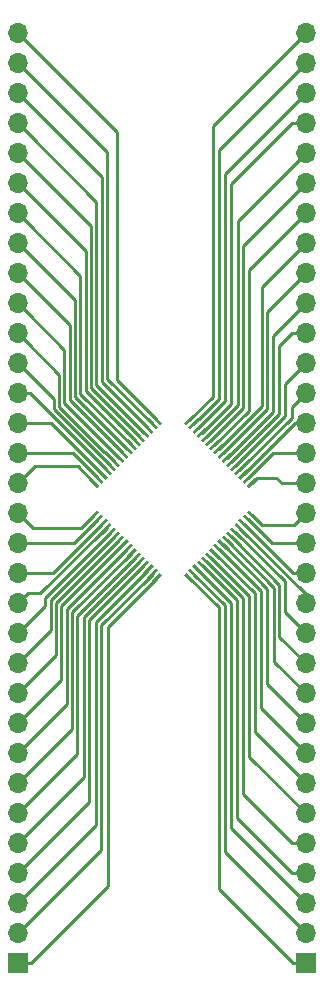
<source format=gbr>
G04 #@! TF.GenerationSoftware,KiCad,Pcbnew,(5.0.1)-4*
G04 #@! TF.CreationDate,2019-05-22T13:14:49-07:00*
G04 #@! TF.ProjectId,stm_proto_board,73746D5F70726F746F5F626F6172642E,rev?*
G04 #@! TF.SameCoordinates,Original*
G04 #@! TF.FileFunction,Copper,L1,Top,Signal*
G04 #@! TF.FilePolarity,Positive*
%FSLAX46Y46*%
G04 Gerber Fmt 4.6, Leading zero omitted, Abs format (unit mm)*
G04 Created by KiCad (PCBNEW (5.0.1)-4) date 5/22/2019 1:14:49 PM*
%MOMM*%
%LPD*%
G01*
G04 APERTURE LIST*
G04 #@! TA.AperFunction,SMDPad,CuDef*
%ADD10C,0.250000*%
G04 #@! TD*
G04 #@! TA.AperFunction,Conductor*
%ADD11C,0.100000*%
G04 #@! TD*
G04 #@! TA.AperFunction,ComponentPad*
%ADD12R,1.700000X1.700000*%
G04 #@! TD*
G04 #@! TA.AperFunction,ComponentPad*
%ADD13O,1.700000X1.700000*%
G04 #@! TD*
G04 #@! TA.AperFunction,Conductor*
%ADD14C,0.250000*%
G04 #@! TD*
G04 APERTURE END LIST*
D10*
G04 #@! TO.P,U1,1*
G04 #@! TO.N,Net-(J1-Pad32)*
X147401642Y-79741341D03*
D11*
G04 #@! TD*
G04 #@! TO.N,Net-(J1-Pad32)*
G04 #@! TO.C,U1*
G36*
X146959700Y-79476176D02*
X147136477Y-79299399D01*
X147843584Y-80006506D01*
X147666807Y-80183283D01*
X146959700Y-79476176D01*
X146959700Y-79476176D01*
G37*
D10*
G04 #@! TO.P,U1,2*
G04 #@! TO.N,Net-(J1-Pad31)*
X147048088Y-80094894D03*
D11*
G04 #@! TD*
G04 #@! TO.N,Net-(J1-Pad31)*
G04 #@! TO.C,U1*
G36*
X146606146Y-79829729D02*
X146782923Y-79652952D01*
X147490030Y-80360059D01*
X147313253Y-80536836D01*
X146606146Y-79829729D01*
X146606146Y-79829729D01*
G37*
D10*
G04 #@! TO.P,U1,3*
G04 #@! TO.N,Net-(J1-Pad30)*
X146694535Y-80448448D03*
D11*
G04 #@! TD*
G04 #@! TO.N,Net-(J1-Pad30)*
G04 #@! TO.C,U1*
G36*
X146252593Y-80183283D02*
X146429370Y-80006506D01*
X147136477Y-80713613D01*
X146959700Y-80890390D01*
X146252593Y-80183283D01*
X146252593Y-80183283D01*
G37*
D10*
G04 #@! TO.P,U1,4*
G04 #@! TO.N,Net-(J1-Pad29)*
X146340982Y-80802001D03*
D11*
G04 #@! TD*
G04 #@! TO.N,Net-(J1-Pad29)*
G04 #@! TO.C,U1*
G36*
X145899040Y-80536836D02*
X146075817Y-80360059D01*
X146782924Y-81067166D01*
X146606147Y-81243943D01*
X145899040Y-80536836D01*
X145899040Y-80536836D01*
G37*
D10*
G04 #@! TO.P,U1,5*
G04 #@! TO.N,Net-(J1-Pad28)*
X145987428Y-81155554D03*
D11*
G04 #@! TD*
G04 #@! TO.N,Net-(J1-Pad28)*
G04 #@! TO.C,U1*
G36*
X145545486Y-80890389D02*
X145722263Y-80713612D01*
X146429370Y-81420719D01*
X146252593Y-81597496D01*
X145545486Y-80890389D01*
X145545486Y-80890389D01*
G37*
D10*
G04 #@! TO.P,U1,6*
G04 #@! TO.N,Net-(J1-Pad27)*
X145633875Y-81509108D03*
D11*
G04 #@! TD*
G04 #@! TO.N,Net-(J1-Pad27)*
G04 #@! TO.C,U1*
G36*
X145191933Y-81243943D02*
X145368710Y-81067166D01*
X146075817Y-81774273D01*
X145899040Y-81951050D01*
X145191933Y-81243943D01*
X145191933Y-81243943D01*
G37*
D10*
G04 #@! TO.P,U1,7*
G04 #@! TO.N,Net-(J1-Pad26)*
X145280321Y-81862661D03*
D11*
G04 #@! TD*
G04 #@! TO.N,Net-(J1-Pad26)*
G04 #@! TO.C,U1*
G36*
X144838379Y-81597496D02*
X145015156Y-81420719D01*
X145722263Y-82127826D01*
X145545486Y-82304603D01*
X144838379Y-81597496D01*
X144838379Y-81597496D01*
G37*
D10*
G04 #@! TO.P,U1,8*
G04 #@! TO.N,Net-(J1-Pad25)*
X144926768Y-82216215D03*
D11*
G04 #@! TD*
G04 #@! TO.N,Net-(J1-Pad25)*
G04 #@! TO.C,U1*
G36*
X144484826Y-81951050D02*
X144661603Y-81774273D01*
X145368710Y-82481380D01*
X145191933Y-82658157D01*
X144484826Y-81951050D01*
X144484826Y-81951050D01*
G37*
D10*
G04 #@! TO.P,U1,9*
G04 #@! TO.N,Net-(J1-Pad24)*
X144573215Y-82569768D03*
D11*
G04 #@! TD*
G04 #@! TO.N,Net-(J1-Pad24)*
G04 #@! TO.C,U1*
G36*
X144131273Y-82304603D02*
X144308050Y-82127826D01*
X145015157Y-82834933D01*
X144838380Y-83011710D01*
X144131273Y-82304603D01*
X144131273Y-82304603D01*
G37*
D10*
G04 #@! TO.P,U1,10*
G04 #@! TO.N,Net-(J1-Pad23)*
X144219661Y-82923321D03*
D11*
G04 #@! TD*
G04 #@! TO.N,Net-(J1-Pad23)*
G04 #@! TO.C,U1*
G36*
X143777719Y-82658156D02*
X143954496Y-82481379D01*
X144661603Y-83188486D01*
X144484826Y-83365263D01*
X143777719Y-82658156D01*
X143777719Y-82658156D01*
G37*
D10*
G04 #@! TO.P,U1,11*
G04 #@! TO.N,Net-(J1-Pad22)*
X143866108Y-83276875D03*
D11*
G04 #@! TD*
G04 #@! TO.N,Net-(J1-Pad22)*
G04 #@! TO.C,U1*
G36*
X143424166Y-83011710D02*
X143600943Y-82834933D01*
X144308050Y-83542040D01*
X144131273Y-83718817D01*
X143424166Y-83011710D01*
X143424166Y-83011710D01*
G37*
D10*
G04 #@! TO.P,U1,12*
G04 #@! TO.N,Net-(J1-Pad21)*
X143512554Y-83630428D03*
D11*
G04 #@! TD*
G04 #@! TO.N,Net-(J1-Pad21)*
G04 #@! TO.C,U1*
G36*
X143070612Y-83365263D02*
X143247389Y-83188486D01*
X143954496Y-83895593D01*
X143777719Y-84072370D01*
X143070612Y-83365263D01*
X143070612Y-83365263D01*
G37*
D10*
G04 #@! TO.P,U1,13*
G04 #@! TO.N,Net-(J1-Pad20)*
X143159001Y-83983982D03*
D11*
G04 #@! TD*
G04 #@! TO.N,Net-(J1-Pad20)*
G04 #@! TO.C,U1*
G36*
X142717059Y-83718817D02*
X142893836Y-83542040D01*
X143600943Y-84249147D01*
X143424166Y-84425924D01*
X142717059Y-83718817D01*
X142717059Y-83718817D01*
G37*
D10*
G04 #@! TO.P,U1,14*
G04 #@! TO.N,Net-(J1-Pad19)*
X142805448Y-84337535D03*
D11*
G04 #@! TD*
G04 #@! TO.N,Net-(J1-Pad19)*
G04 #@! TO.C,U1*
G36*
X142363506Y-84072370D02*
X142540283Y-83895593D01*
X143247390Y-84602700D01*
X143070613Y-84779477D01*
X142363506Y-84072370D01*
X142363506Y-84072370D01*
G37*
D10*
G04 #@! TO.P,U1,15*
G04 #@! TO.N,Net-(J1-Pad18)*
X142451894Y-84691088D03*
D11*
G04 #@! TD*
G04 #@! TO.N,Net-(J1-Pad18)*
G04 #@! TO.C,U1*
G36*
X142009952Y-84425923D02*
X142186729Y-84249146D01*
X142893836Y-84956253D01*
X142717059Y-85133030D01*
X142009952Y-84425923D01*
X142009952Y-84425923D01*
G37*
D10*
G04 #@! TO.P,U1,16*
G04 #@! TO.N,Net-(J1-Pad17)*
X142098341Y-85044642D03*
D11*
G04 #@! TD*
G04 #@! TO.N,Net-(J1-Pad17)*
G04 #@! TO.C,U1*
G36*
X141656399Y-84779477D02*
X141833176Y-84602700D01*
X142540283Y-85309807D01*
X142363506Y-85486584D01*
X141656399Y-84779477D01*
X141656399Y-84779477D01*
G37*
D10*
G04 #@! TO.P,U1,17*
G04 #@! TO.N,Net-(J1-Pad16)*
X142098341Y-87802358D03*
D11*
G04 #@! TD*
G04 #@! TO.N,Net-(J1-Pad16)*
G04 #@! TO.C,U1*
G36*
X141833176Y-88244300D02*
X141656399Y-88067523D01*
X142363506Y-87360416D01*
X142540283Y-87537193D01*
X141833176Y-88244300D01*
X141833176Y-88244300D01*
G37*
D10*
G04 #@! TO.P,U1,18*
G04 #@! TO.N,Net-(J1-Pad15)*
X142451894Y-88155912D03*
D11*
G04 #@! TD*
G04 #@! TO.N,Net-(J1-Pad15)*
G04 #@! TO.C,U1*
G36*
X142186729Y-88597854D02*
X142009952Y-88421077D01*
X142717059Y-87713970D01*
X142893836Y-87890747D01*
X142186729Y-88597854D01*
X142186729Y-88597854D01*
G37*
D10*
G04 #@! TO.P,U1,19*
G04 #@! TO.N,Net-(J1-Pad14)*
X142805448Y-88509465D03*
D11*
G04 #@! TD*
G04 #@! TO.N,Net-(J1-Pad14)*
G04 #@! TO.C,U1*
G36*
X142540283Y-88951407D02*
X142363506Y-88774630D01*
X143070613Y-88067523D01*
X143247390Y-88244300D01*
X142540283Y-88951407D01*
X142540283Y-88951407D01*
G37*
D10*
G04 #@! TO.P,U1,20*
G04 #@! TO.N,Net-(J1-Pad13)*
X143159001Y-88863018D03*
D11*
G04 #@! TD*
G04 #@! TO.N,Net-(J1-Pad13)*
G04 #@! TO.C,U1*
G36*
X142893836Y-89304960D02*
X142717059Y-89128183D01*
X143424166Y-88421076D01*
X143600943Y-88597853D01*
X142893836Y-89304960D01*
X142893836Y-89304960D01*
G37*
D10*
G04 #@! TO.P,U1,21*
G04 #@! TO.N,Net-(J1-Pad12)*
X143512554Y-89216572D03*
D11*
G04 #@! TD*
G04 #@! TO.N,Net-(J1-Pad12)*
G04 #@! TO.C,U1*
G36*
X143247389Y-89658514D02*
X143070612Y-89481737D01*
X143777719Y-88774630D01*
X143954496Y-88951407D01*
X143247389Y-89658514D01*
X143247389Y-89658514D01*
G37*
D10*
G04 #@! TO.P,U1,22*
G04 #@! TO.N,Net-(J1-Pad11)*
X143866108Y-89570125D03*
D11*
G04 #@! TD*
G04 #@! TO.N,Net-(J1-Pad11)*
G04 #@! TO.C,U1*
G36*
X143600943Y-90012067D02*
X143424166Y-89835290D01*
X144131273Y-89128183D01*
X144308050Y-89304960D01*
X143600943Y-90012067D01*
X143600943Y-90012067D01*
G37*
D10*
G04 #@! TO.P,U1,23*
G04 #@! TO.N,Net-(J1-Pad10)*
X144219661Y-89923679D03*
D11*
G04 #@! TD*
G04 #@! TO.N,Net-(J1-Pad10)*
G04 #@! TO.C,U1*
G36*
X143954496Y-90365621D02*
X143777719Y-90188844D01*
X144484826Y-89481737D01*
X144661603Y-89658514D01*
X143954496Y-90365621D01*
X143954496Y-90365621D01*
G37*
D10*
G04 #@! TO.P,U1,24*
G04 #@! TO.N,Net-(J1-Pad9)*
X144573215Y-90277232D03*
D11*
G04 #@! TD*
G04 #@! TO.N,Net-(J1-Pad9)*
G04 #@! TO.C,U1*
G36*
X144308050Y-90719174D02*
X144131273Y-90542397D01*
X144838380Y-89835290D01*
X145015157Y-90012067D01*
X144308050Y-90719174D01*
X144308050Y-90719174D01*
G37*
D10*
G04 #@! TO.P,U1,25*
G04 #@! TO.N,Net-(J1-Pad8)*
X144926768Y-90630785D03*
D11*
G04 #@! TD*
G04 #@! TO.N,Net-(J1-Pad8)*
G04 #@! TO.C,U1*
G36*
X144661603Y-91072727D02*
X144484826Y-90895950D01*
X145191933Y-90188843D01*
X145368710Y-90365620D01*
X144661603Y-91072727D01*
X144661603Y-91072727D01*
G37*
D10*
G04 #@! TO.P,U1,26*
G04 #@! TO.N,Net-(J1-Pad7)*
X145280321Y-90984339D03*
D11*
G04 #@! TD*
G04 #@! TO.N,Net-(J1-Pad7)*
G04 #@! TO.C,U1*
G36*
X145015156Y-91426281D02*
X144838379Y-91249504D01*
X145545486Y-90542397D01*
X145722263Y-90719174D01*
X145015156Y-91426281D01*
X145015156Y-91426281D01*
G37*
D10*
G04 #@! TO.P,U1,27*
G04 #@! TO.N,Net-(J1-Pad6)*
X145633875Y-91337892D03*
D11*
G04 #@! TD*
G04 #@! TO.N,Net-(J1-Pad6)*
G04 #@! TO.C,U1*
G36*
X145368710Y-91779834D02*
X145191933Y-91603057D01*
X145899040Y-90895950D01*
X146075817Y-91072727D01*
X145368710Y-91779834D01*
X145368710Y-91779834D01*
G37*
D10*
G04 #@! TO.P,U1,28*
G04 #@! TO.N,Net-(J1-Pad5)*
X145987428Y-91691446D03*
D11*
G04 #@! TD*
G04 #@! TO.N,Net-(J1-Pad5)*
G04 #@! TO.C,U1*
G36*
X145722263Y-92133388D02*
X145545486Y-91956611D01*
X146252593Y-91249504D01*
X146429370Y-91426281D01*
X145722263Y-92133388D01*
X145722263Y-92133388D01*
G37*
D10*
G04 #@! TO.P,U1,29*
G04 #@! TO.N,Net-(J1-Pad4)*
X146340982Y-92044999D03*
D11*
G04 #@! TD*
G04 #@! TO.N,Net-(J1-Pad4)*
G04 #@! TO.C,U1*
G36*
X146075817Y-92486941D02*
X145899040Y-92310164D01*
X146606147Y-91603057D01*
X146782924Y-91779834D01*
X146075817Y-92486941D01*
X146075817Y-92486941D01*
G37*
D10*
G04 #@! TO.P,U1,30*
G04 #@! TO.N,Net-(J1-Pad3)*
X146694535Y-92398552D03*
D11*
G04 #@! TD*
G04 #@! TO.N,Net-(J1-Pad3)*
G04 #@! TO.C,U1*
G36*
X146429370Y-92840494D02*
X146252593Y-92663717D01*
X146959700Y-91956610D01*
X147136477Y-92133387D01*
X146429370Y-92840494D01*
X146429370Y-92840494D01*
G37*
D10*
G04 #@! TO.P,U1,31*
G04 #@! TO.N,Net-(J1-Pad2)*
X147048088Y-92752106D03*
D11*
G04 #@! TD*
G04 #@! TO.N,Net-(J1-Pad2)*
G04 #@! TO.C,U1*
G36*
X146782923Y-93194048D02*
X146606146Y-93017271D01*
X147313253Y-92310164D01*
X147490030Y-92486941D01*
X146782923Y-93194048D01*
X146782923Y-93194048D01*
G37*
D10*
G04 #@! TO.P,U1,32*
G04 #@! TO.N,Net-(J1-Pad1)*
X147401642Y-93105659D03*
D11*
G04 #@! TD*
G04 #@! TO.N,Net-(J1-Pad1)*
G04 #@! TO.C,U1*
G36*
X147136477Y-93547601D02*
X146959700Y-93370824D01*
X147666807Y-92663717D01*
X147843584Y-92840494D01*
X147136477Y-93547601D01*
X147136477Y-93547601D01*
G37*
D10*
G04 #@! TO.P,U1,33*
G04 #@! TO.N,Net-(J2-Pad1)*
X150159358Y-93105659D03*
D11*
G04 #@! TD*
G04 #@! TO.N,Net-(J2-Pad1)*
G04 #@! TO.C,U1*
G36*
X149717416Y-92840494D02*
X149894193Y-92663717D01*
X150601300Y-93370824D01*
X150424523Y-93547601D01*
X149717416Y-92840494D01*
X149717416Y-92840494D01*
G37*
D10*
G04 #@! TO.P,U1,34*
G04 #@! TO.N,Net-(J2-Pad2)*
X150512912Y-92752106D03*
D11*
G04 #@! TD*
G04 #@! TO.N,Net-(J2-Pad2)*
G04 #@! TO.C,U1*
G36*
X150070970Y-92486941D02*
X150247747Y-92310164D01*
X150954854Y-93017271D01*
X150778077Y-93194048D01*
X150070970Y-92486941D01*
X150070970Y-92486941D01*
G37*
D10*
G04 #@! TO.P,U1,35*
G04 #@! TO.N,Net-(J2-Pad3)*
X150866465Y-92398552D03*
D11*
G04 #@! TD*
G04 #@! TO.N,Net-(J2-Pad3)*
G04 #@! TO.C,U1*
G36*
X150424523Y-92133387D02*
X150601300Y-91956610D01*
X151308407Y-92663717D01*
X151131630Y-92840494D01*
X150424523Y-92133387D01*
X150424523Y-92133387D01*
G37*
D10*
G04 #@! TO.P,U1,36*
G04 #@! TO.N,Net-(J2-Pad4)*
X151220018Y-92044999D03*
D11*
G04 #@! TD*
G04 #@! TO.N,Net-(J2-Pad4)*
G04 #@! TO.C,U1*
G36*
X150778076Y-91779834D02*
X150954853Y-91603057D01*
X151661960Y-92310164D01*
X151485183Y-92486941D01*
X150778076Y-91779834D01*
X150778076Y-91779834D01*
G37*
D10*
G04 #@! TO.P,U1,37*
G04 #@! TO.N,Net-(J2-Pad5)*
X151573572Y-91691446D03*
D11*
G04 #@! TD*
G04 #@! TO.N,Net-(J2-Pad5)*
G04 #@! TO.C,U1*
G36*
X151131630Y-91426281D02*
X151308407Y-91249504D01*
X152015514Y-91956611D01*
X151838737Y-92133388D01*
X151131630Y-91426281D01*
X151131630Y-91426281D01*
G37*
D10*
G04 #@! TO.P,U1,38*
G04 #@! TO.N,Net-(J2-Pad6)*
X151927125Y-91337892D03*
D11*
G04 #@! TD*
G04 #@! TO.N,Net-(J2-Pad6)*
G04 #@! TO.C,U1*
G36*
X151485183Y-91072727D02*
X151661960Y-90895950D01*
X152369067Y-91603057D01*
X152192290Y-91779834D01*
X151485183Y-91072727D01*
X151485183Y-91072727D01*
G37*
D10*
G04 #@! TO.P,U1,39*
G04 #@! TO.N,Net-(J2-Pad7)*
X152280679Y-90984339D03*
D11*
G04 #@! TD*
G04 #@! TO.N,Net-(J2-Pad7)*
G04 #@! TO.C,U1*
G36*
X151838737Y-90719174D02*
X152015514Y-90542397D01*
X152722621Y-91249504D01*
X152545844Y-91426281D01*
X151838737Y-90719174D01*
X151838737Y-90719174D01*
G37*
D10*
G04 #@! TO.P,U1,40*
G04 #@! TO.N,Net-(J2-Pad8)*
X152634232Y-90630785D03*
D11*
G04 #@! TD*
G04 #@! TO.N,Net-(J2-Pad8)*
G04 #@! TO.C,U1*
G36*
X152192290Y-90365620D02*
X152369067Y-90188843D01*
X153076174Y-90895950D01*
X152899397Y-91072727D01*
X152192290Y-90365620D01*
X152192290Y-90365620D01*
G37*
D10*
G04 #@! TO.P,U1,41*
G04 #@! TO.N,Net-(J2-Pad9)*
X152987785Y-90277232D03*
D11*
G04 #@! TD*
G04 #@! TO.N,Net-(J2-Pad9)*
G04 #@! TO.C,U1*
G36*
X152545843Y-90012067D02*
X152722620Y-89835290D01*
X153429727Y-90542397D01*
X153252950Y-90719174D01*
X152545843Y-90012067D01*
X152545843Y-90012067D01*
G37*
D10*
G04 #@! TO.P,U1,42*
G04 #@! TO.N,Net-(J2-Pad10)*
X153341339Y-89923679D03*
D11*
G04 #@! TD*
G04 #@! TO.N,Net-(J2-Pad10)*
G04 #@! TO.C,U1*
G36*
X152899397Y-89658514D02*
X153076174Y-89481737D01*
X153783281Y-90188844D01*
X153606504Y-90365621D01*
X152899397Y-89658514D01*
X152899397Y-89658514D01*
G37*
D10*
G04 #@! TO.P,U1,43*
G04 #@! TO.N,Net-(J2-Pad11)*
X153694892Y-89570125D03*
D11*
G04 #@! TD*
G04 #@! TO.N,Net-(J2-Pad11)*
G04 #@! TO.C,U1*
G36*
X153252950Y-89304960D02*
X153429727Y-89128183D01*
X154136834Y-89835290D01*
X153960057Y-90012067D01*
X153252950Y-89304960D01*
X153252950Y-89304960D01*
G37*
D10*
G04 #@! TO.P,U1,44*
G04 #@! TO.N,Net-(J2-Pad12)*
X154048446Y-89216572D03*
D11*
G04 #@! TD*
G04 #@! TO.N,Net-(J2-Pad12)*
G04 #@! TO.C,U1*
G36*
X153606504Y-88951407D02*
X153783281Y-88774630D01*
X154490388Y-89481737D01*
X154313611Y-89658514D01*
X153606504Y-88951407D01*
X153606504Y-88951407D01*
G37*
D10*
G04 #@! TO.P,U1,45*
G04 #@! TO.N,Net-(J2-Pad13)*
X154401999Y-88863018D03*
D11*
G04 #@! TD*
G04 #@! TO.N,Net-(J2-Pad13)*
G04 #@! TO.C,U1*
G36*
X153960057Y-88597853D02*
X154136834Y-88421076D01*
X154843941Y-89128183D01*
X154667164Y-89304960D01*
X153960057Y-88597853D01*
X153960057Y-88597853D01*
G37*
D10*
G04 #@! TO.P,U1,46*
G04 #@! TO.N,Net-(J2-Pad14)*
X154755552Y-88509465D03*
D11*
G04 #@! TD*
G04 #@! TO.N,Net-(J2-Pad14)*
G04 #@! TO.C,U1*
G36*
X154313610Y-88244300D02*
X154490387Y-88067523D01*
X155197494Y-88774630D01*
X155020717Y-88951407D01*
X154313610Y-88244300D01*
X154313610Y-88244300D01*
G37*
D10*
G04 #@! TO.P,U1,47*
G04 #@! TO.N,Net-(J2-Pad15)*
X155109106Y-88155912D03*
D11*
G04 #@! TD*
G04 #@! TO.N,Net-(J2-Pad15)*
G04 #@! TO.C,U1*
G36*
X154667164Y-87890747D02*
X154843941Y-87713970D01*
X155551048Y-88421077D01*
X155374271Y-88597854D01*
X154667164Y-87890747D01*
X154667164Y-87890747D01*
G37*
D10*
G04 #@! TO.P,U1,48*
G04 #@! TO.N,Net-(J2-Pad16)*
X155462659Y-87802358D03*
D11*
G04 #@! TD*
G04 #@! TO.N,Net-(J2-Pad16)*
G04 #@! TO.C,U1*
G36*
X155020717Y-87537193D02*
X155197494Y-87360416D01*
X155904601Y-88067523D01*
X155727824Y-88244300D01*
X155020717Y-87537193D01*
X155020717Y-87537193D01*
G37*
D10*
G04 #@! TO.P,U1,49*
G04 #@! TO.N,Net-(J2-Pad17)*
X155462659Y-85044642D03*
D11*
G04 #@! TD*
G04 #@! TO.N,Net-(J2-Pad17)*
G04 #@! TO.C,U1*
G36*
X155197494Y-85486584D02*
X155020717Y-85309807D01*
X155727824Y-84602700D01*
X155904601Y-84779477D01*
X155197494Y-85486584D01*
X155197494Y-85486584D01*
G37*
D10*
G04 #@! TO.P,U1,50*
G04 #@! TO.N,Net-(J2-Pad18)*
X155109106Y-84691088D03*
D11*
G04 #@! TD*
G04 #@! TO.N,Net-(J2-Pad18)*
G04 #@! TO.C,U1*
G36*
X154843941Y-85133030D02*
X154667164Y-84956253D01*
X155374271Y-84249146D01*
X155551048Y-84425923D01*
X154843941Y-85133030D01*
X154843941Y-85133030D01*
G37*
D10*
G04 #@! TO.P,U1,51*
G04 #@! TO.N,Net-(J2-Pad19)*
X154755552Y-84337535D03*
D11*
G04 #@! TD*
G04 #@! TO.N,Net-(J2-Pad19)*
G04 #@! TO.C,U1*
G36*
X154490387Y-84779477D02*
X154313610Y-84602700D01*
X155020717Y-83895593D01*
X155197494Y-84072370D01*
X154490387Y-84779477D01*
X154490387Y-84779477D01*
G37*
D10*
G04 #@! TO.P,U1,52*
G04 #@! TO.N,Net-(J2-Pad20)*
X154401999Y-83983982D03*
D11*
G04 #@! TD*
G04 #@! TO.N,Net-(J2-Pad20)*
G04 #@! TO.C,U1*
G36*
X154136834Y-84425924D02*
X153960057Y-84249147D01*
X154667164Y-83542040D01*
X154843941Y-83718817D01*
X154136834Y-84425924D01*
X154136834Y-84425924D01*
G37*
D10*
G04 #@! TO.P,U1,53*
G04 #@! TO.N,Net-(J2-Pad21)*
X154048446Y-83630428D03*
D11*
G04 #@! TD*
G04 #@! TO.N,Net-(J2-Pad21)*
G04 #@! TO.C,U1*
G36*
X153783281Y-84072370D02*
X153606504Y-83895593D01*
X154313611Y-83188486D01*
X154490388Y-83365263D01*
X153783281Y-84072370D01*
X153783281Y-84072370D01*
G37*
D10*
G04 #@! TO.P,U1,54*
G04 #@! TO.N,Net-(J2-Pad22)*
X153694892Y-83276875D03*
D11*
G04 #@! TD*
G04 #@! TO.N,Net-(J2-Pad22)*
G04 #@! TO.C,U1*
G36*
X153429727Y-83718817D02*
X153252950Y-83542040D01*
X153960057Y-82834933D01*
X154136834Y-83011710D01*
X153429727Y-83718817D01*
X153429727Y-83718817D01*
G37*
D10*
G04 #@! TO.P,U1,55*
G04 #@! TO.N,Net-(J2-Pad23)*
X153341339Y-82923321D03*
D11*
G04 #@! TD*
G04 #@! TO.N,Net-(J2-Pad23)*
G04 #@! TO.C,U1*
G36*
X153076174Y-83365263D02*
X152899397Y-83188486D01*
X153606504Y-82481379D01*
X153783281Y-82658156D01*
X153076174Y-83365263D01*
X153076174Y-83365263D01*
G37*
D10*
G04 #@! TO.P,U1,56*
G04 #@! TO.N,Net-(J2-Pad24)*
X152987785Y-82569768D03*
D11*
G04 #@! TD*
G04 #@! TO.N,Net-(J2-Pad24)*
G04 #@! TO.C,U1*
G36*
X152722620Y-83011710D02*
X152545843Y-82834933D01*
X153252950Y-82127826D01*
X153429727Y-82304603D01*
X152722620Y-83011710D01*
X152722620Y-83011710D01*
G37*
D10*
G04 #@! TO.P,U1,57*
G04 #@! TO.N,Net-(J2-Pad25)*
X152634232Y-82216215D03*
D11*
G04 #@! TD*
G04 #@! TO.N,Net-(J2-Pad25)*
G04 #@! TO.C,U1*
G36*
X152369067Y-82658157D02*
X152192290Y-82481380D01*
X152899397Y-81774273D01*
X153076174Y-81951050D01*
X152369067Y-82658157D01*
X152369067Y-82658157D01*
G37*
D10*
G04 #@! TO.P,U1,58*
G04 #@! TO.N,Net-(J2-Pad26)*
X152280679Y-81862661D03*
D11*
G04 #@! TD*
G04 #@! TO.N,Net-(J2-Pad26)*
G04 #@! TO.C,U1*
G36*
X152015514Y-82304603D02*
X151838737Y-82127826D01*
X152545844Y-81420719D01*
X152722621Y-81597496D01*
X152015514Y-82304603D01*
X152015514Y-82304603D01*
G37*
D10*
G04 #@! TO.P,U1,59*
G04 #@! TO.N,Net-(J2-Pad27)*
X151927125Y-81509108D03*
D11*
G04 #@! TD*
G04 #@! TO.N,Net-(J2-Pad27)*
G04 #@! TO.C,U1*
G36*
X151661960Y-81951050D02*
X151485183Y-81774273D01*
X152192290Y-81067166D01*
X152369067Y-81243943D01*
X151661960Y-81951050D01*
X151661960Y-81951050D01*
G37*
D10*
G04 #@! TO.P,U1,60*
G04 #@! TO.N,Net-(J2-Pad28)*
X151573572Y-81155554D03*
D11*
G04 #@! TD*
G04 #@! TO.N,Net-(J2-Pad28)*
G04 #@! TO.C,U1*
G36*
X151308407Y-81597496D02*
X151131630Y-81420719D01*
X151838737Y-80713612D01*
X152015514Y-80890389D01*
X151308407Y-81597496D01*
X151308407Y-81597496D01*
G37*
D10*
G04 #@! TO.P,U1,61*
G04 #@! TO.N,Net-(J2-Pad29)*
X151220018Y-80802001D03*
D11*
G04 #@! TD*
G04 #@! TO.N,Net-(J2-Pad29)*
G04 #@! TO.C,U1*
G36*
X150954853Y-81243943D02*
X150778076Y-81067166D01*
X151485183Y-80360059D01*
X151661960Y-80536836D01*
X150954853Y-81243943D01*
X150954853Y-81243943D01*
G37*
D10*
G04 #@! TO.P,U1,62*
G04 #@! TO.N,Net-(J2-Pad30)*
X150866465Y-80448448D03*
D11*
G04 #@! TD*
G04 #@! TO.N,Net-(J2-Pad30)*
G04 #@! TO.C,U1*
G36*
X150601300Y-80890390D02*
X150424523Y-80713613D01*
X151131630Y-80006506D01*
X151308407Y-80183283D01*
X150601300Y-80890390D01*
X150601300Y-80890390D01*
G37*
D10*
G04 #@! TO.P,U1,63*
G04 #@! TO.N,Net-(J2-Pad31)*
X150512912Y-80094894D03*
D11*
G04 #@! TD*
G04 #@! TO.N,Net-(J2-Pad31)*
G04 #@! TO.C,U1*
G36*
X150247747Y-80536836D02*
X150070970Y-80360059D01*
X150778077Y-79652952D01*
X150954854Y-79829729D01*
X150247747Y-80536836D01*
X150247747Y-80536836D01*
G37*
D10*
G04 #@! TO.P,U1,64*
G04 #@! TO.N,Net-(J2-Pad32)*
X150159358Y-79741341D03*
D11*
G04 #@! TD*
G04 #@! TO.N,Net-(J2-Pad32)*
G04 #@! TO.C,U1*
G36*
X149894193Y-80183283D02*
X149717416Y-80006506D01*
X150424523Y-79299399D01*
X150601300Y-79476176D01*
X149894193Y-80183283D01*
X149894193Y-80183283D01*
G37*
D12*
G04 #@! TO.P,J1,1*
G04 #@! TO.N,Net-(J1-Pad1)*
X135636000Y-125730000D03*
D13*
G04 #@! TO.P,J1,2*
G04 #@! TO.N,Net-(J1-Pad2)*
X135636000Y-123190000D03*
G04 #@! TO.P,J1,3*
G04 #@! TO.N,Net-(J1-Pad3)*
X135636000Y-120650000D03*
G04 #@! TO.P,J1,4*
G04 #@! TO.N,Net-(J1-Pad4)*
X135636000Y-118110000D03*
G04 #@! TO.P,J1,5*
G04 #@! TO.N,Net-(J1-Pad5)*
X135636000Y-115570000D03*
G04 #@! TO.P,J1,6*
G04 #@! TO.N,Net-(J1-Pad6)*
X135636000Y-113030000D03*
G04 #@! TO.P,J1,7*
G04 #@! TO.N,Net-(J1-Pad7)*
X135636000Y-110490000D03*
G04 #@! TO.P,J1,8*
G04 #@! TO.N,Net-(J1-Pad8)*
X135636000Y-107950000D03*
G04 #@! TO.P,J1,9*
G04 #@! TO.N,Net-(J1-Pad9)*
X135636000Y-105410000D03*
G04 #@! TO.P,J1,10*
G04 #@! TO.N,Net-(J1-Pad10)*
X135636000Y-102870000D03*
G04 #@! TO.P,J1,11*
G04 #@! TO.N,Net-(J1-Pad11)*
X135636000Y-100330000D03*
G04 #@! TO.P,J1,12*
G04 #@! TO.N,Net-(J1-Pad12)*
X135636000Y-97790000D03*
G04 #@! TO.P,J1,13*
G04 #@! TO.N,Net-(J1-Pad13)*
X135636000Y-95250000D03*
G04 #@! TO.P,J1,14*
G04 #@! TO.N,Net-(J1-Pad14)*
X135636000Y-92710000D03*
G04 #@! TO.P,J1,15*
G04 #@! TO.N,Net-(J1-Pad15)*
X135636000Y-90170000D03*
G04 #@! TO.P,J1,16*
G04 #@! TO.N,Net-(J1-Pad16)*
X135636000Y-87630000D03*
G04 #@! TO.P,J1,17*
G04 #@! TO.N,Net-(J1-Pad17)*
X135636000Y-85090000D03*
G04 #@! TO.P,J1,18*
G04 #@! TO.N,Net-(J1-Pad18)*
X135636000Y-82550000D03*
G04 #@! TO.P,J1,19*
G04 #@! TO.N,Net-(J1-Pad19)*
X135636000Y-80010000D03*
G04 #@! TO.P,J1,20*
G04 #@! TO.N,Net-(J1-Pad20)*
X135636000Y-77470000D03*
G04 #@! TO.P,J1,21*
G04 #@! TO.N,Net-(J1-Pad21)*
X135636000Y-74930000D03*
G04 #@! TO.P,J1,22*
G04 #@! TO.N,Net-(J1-Pad22)*
X135636000Y-72390000D03*
G04 #@! TO.P,J1,23*
G04 #@! TO.N,Net-(J1-Pad23)*
X135636000Y-69850000D03*
G04 #@! TO.P,J1,24*
G04 #@! TO.N,Net-(J1-Pad24)*
X135636000Y-67310000D03*
G04 #@! TO.P,J1,25*
G04 #@! TO.N,Net-(J1-Pad25)*
X135636000Y-64770000D03*
G04 #@! TO.P,J1,26*
G04 #@! TO.N,Net-(J1-Pad26)*
X135636000Y-62230000D03*
G04 #@! TO.P,J1,27*
G04 #@! TO.N,Net-(J1-Pad27)*
X135636000Y-59690000D03*
G04 #@! TO.P,J1,28*
G04 #@! TO.N,Net-(J1-Pad28)*
X135636000Y-57150000D03*
G04 #@! TO.P,J1,29*
G04 #@! TO.N,Net-(J1-Pad29)*
X135636000Y-54610000D03*
G04 #@! TO.P,J1,30*
G04 #@! TO.N,Net-(J1-Pad30)*
X135636000Y-52070000D03*
G04 #@! TO.P,J1,31*
G04 #@! TO.N,Net-(J1-Pad31)*
X135636000Y-49530000D03*
G04 #@! TO.P,J1,32*
G04 #@! TO.N,Net-(J1-Pad32)*
X135636000Y-46990000D03*
G04 #@! TD*
G04 #@! TO.P,J2,32*
G04 #@! TO.N,Net-(J2-Pad32)*
X160020000Y-46990000D03*
G04 #@! TO.P,J2,31*
G04 #@! TO.N,Net-(J2-Pad31)*
X160020000Y-49530000D03*
G04 #@! TO.P,J2,30*
G04 #@! TO.N,Net-(J2-Pad30)*
X160020000Y-52070000D03*
G04 #@! TO.P,J2,29*
G04 #@! TO.N,Net-(J2-Pad29)*
X160020000Y-54610000D03*
G04 #@! TO.P,J2,28*
G04 #@! TO.N,Net-(J2-Pad28)*
X160020000Y-57150000D03*
G04 #@! TO.P,J2,27*
G04 #@! TO.N,Net-(J2-Pad27)*
X160020000Y-59690000D03*
G04 #@! TO.P,J2,26*
G04 #@! TO.N,Net-(J2-Pad26)*
X160020000Y-62230000D03*
G04 #@! TO.P,J2,25*
G04 #@! TO.N,Net-(J2-Pad25)*
X160020000Y-64770000D03*
G04 #@! TO.P,J2,24*
G04 #@! TO.N,Net-(J2-Pad24)*
X160020000Y-67310000D03*
G04 #@! TO.P,J2,23*
G04 #@! TO.N,Net-(J2-Pad23)*
X160020000Y-69850000D03*
G04 #@! TO.P,J2,22*
G04 #@! TO.N,Net-(J2-Pad22)*
X160020000Y-72390000D03*
G04 #@! TO.P,J2,21*
G04 #@! TO.N,Net-(J2-Pad21)*
X160020000Y-74930000D03*
G04 #@! TO.P,J2,20*
G04 #@! TO.N,Net-(J2-Pad20)*
X160020000Y-77470000D03*
G04 #@! TO.P,J2,19*
G04 #@! TO.N,Net-(J2-Pad19)*
X160020000Y-80010000D03*
G04 #@! TO.P,J2,18*
G04 #@! TO.N,Net-(J2-Pad18)*
X160020000Y-82550000D03*
G04 #@! TO.P,J2,17*
G04 #@! TO.N,Net-(J2-Pad17)*
X160020000Y-85090000D03*
G04 #@! TO.P,J2,16*
G04 #@! TO.N,Net-(J2-Pad16)*
X160020000Y-87630000D03*
G04 #@! TO.P,J2,15*
G04 #@! TO.N,Net-(J2-Pad15)*
X160020000Y-90170000D03*
G04 #@! TO.P,J2,14*
G04 #@! TO.N,Net-(J2-Pad14)*
X160020000Y-92710000D03*
G04 #@! TO.P,J2,13*
G04 #@! TO.N,Net-(J2-Pad13)*
X160020000Y-95250000D03*
G04 #@! TO.P,J2,12*
G04 #@! TO.N,Net-(J2-Pad12)*
X160020000Y-97790000D03*
G04 #@! TO.P,J2,11*
G04 #@! TO.N,Net-(J2-Pad11)*
X160020000Y-100330000D03*
G04 #@! TO.P,J2,10*
G04 #@! TO.N,Net-(J2-Pad10)*
X160020000Y-102870000D03*
G04 #@! TO.P,J2,9*
G04 #@! TO.N,Net-(J2-Pad9)*
X160020000Y-105410000D03*
G04 #@! TO.P,J2,8*
G04 #@! TO.N,Net-(J2-Pad8)*
X160020000Y-107950000D03*
G04 #@! TO.P,J2,7*
G04 #@! TO.N,Net-(J2-Pad7)*
X160020000Y-110490000D03*
G04 #@! TO.P,J2,6*
G04 #@! TO.N,Net-(J2-Pad6)*
X160020000Y-113030000D03*
G04 #@! TO.P,J2,5*
G04 #@! TO.N,Net-(J2-Pad5)*
X160020000Y-115570000D03*
G04 #@! TO.P,J2,4*
G04 #@! TO.N,Net-(J2-Pad4)*
X160020000Y-118110000D03*
G04 #@! TO.P,J2,3*
G04 #@! TO.N,Net-(J2-Pad3)*
X160020000Y-120650000D03*
G04 #@! TO.P,J2,2*
G04 #@! TO.N,Net-(J2-Pad2)*
X160020000Y-123190000D03*
D12*
G04 #@! TO.P,J2,1*
G04 #@! TO.N,Net-(J2-Pad1)*
X160020000Y-125730000D03*
G04 #@! TD*
D14*
G04 #@! TO.N,Net-(J1-Pad32)*
X147401642Y-79741341D02*
X144018000Y-76357699D01*
X144018000Y-55372000D02*
X135636000Y-46990000D01*
X144018000Y-76357699D02*
X144018000Y-55372000D01*
G04 #@! TO.N,Net-(J1-Pad31)*
X146623825Y-79670631D02*
X147048088Y-80094894D01*
X136485999Y-50379999D02*
X135636000Y-49530000D01*
X143184101Y-57078101D02*
X136485999Y-50379999D01*
X143184101Y-76230907D02*
X143184101Y-57078101D01*
X147048088Y-80094894D02*
X143184101Y-76230907D01*
G04 #@! TO.N,Net-(J1-Pad30)*
X146270272Y-80024185D02*
X146694535Y-80448448D01*
X142734091Y-76488004D02*
X146270272Y-80024185D01*
X142734091Y-59168091D02*
X142734091Y-76488004D01*
X135636000Y-52070000D02*
X142734091Y-59168091D01*
G04 #@! TO.N,Net-(J1-Pad29)*
X145916719Y-80377738D02*
X146340982Y-80802001D01*
X136485999Y-55459999D02*
X135636000Y-54610000D01*
X142284081Y-61258081D02*
X136485999Y-55459999D01*
X142284081Y-76745100D02*
X142284081Y-61258081D01*
X146340982Y-80802001D02*
X142284081Y-76745100D01*
G04 #@! TO.N,Net-(J1-Pad28)*
X145563165Y-80731291D02*
X145987428Y-81155554D01*
X136485999Y-57999999D02*
X135636000Y-57150000D01*
X141834071Y-63348071D02*
X136485999Y-57999999D01*
X141834071Y-77002197D02*
X141834071Y-63348071D01*
X145987428Y-81155554D02*
X141834071Y-77002197D01*
G04 #@! TO.N,Net-(J1-Pad27)*
X145209612Y-81084845D02*
X145633875Y-81509108D01*
X136485999Y-60539999D02*
X135636000Y-59690000D01*
X141384061Y-65438061D02*
X136485999Y-60539999D01*
X141384061Y-77259294D02*
X141384061Y-65438061D01*
X145633875Y-81509108D02*
X141384061Y-77259294D01*
G04 #@! TO.N,Net-(J1-Pad26)*
X144856058Y-81438398D02*
X145280321Y-81862661D01*
X136485999Y-63079999D02*
X135636000Y-62230000D01*
X140934051Y-67528051D02*
X136485999Y-63079999D01*
X140934051Y-77516391D02*
X140934051Y-67528051D01*
X145280321Y-81862661D02*
X140934051Y-77516391D01*
G04 #@! TO.N,Net-(J1-Pad25)*
X144502505Y-81791952D02*
X144926768Y-82216215D01*
X136485999Y-65619999D02*
X135636000Y-64770000D01*
X140484041Y-69618041D02*
X136485999Y-65619999D01*
X140484041Y-77773488D02*
X140484041Y-69618041D01*
X144926768Y-82216215D02*
X140484041Y-77773488D01*
G04 #@! TO.N,Net-(J1-Pad24)*
X144148952Y-82145505D02*
X144573215Y-82569768D01*
X136485999Y-68159999D02*
X135636000Y-67310000D01*
X140034030Y-71708030D02*
X136485999Y-68159999D01*
X140034030Y-78030583D02*
X140034030Y-71708030D01*
X144573215Y-82569768D02*
X140034030Y-78030583D01*
G04 #@! TO.N,Net-(J1-Pad23)*
X143795398Y-82499058D02*
X144219661Y-82923321D01*
X136485999Y-70699999D02*
X135636000Y-69850000D01*
X139584020Y-73798020D02*
X136485999Y-70699999D01*
X139584020Y-78287680D02*
X139584020Y-73798020D01*
X144219661Y-82923321D02*
X139584020Y-78287680D01*
G04 #@! TO.N,Net-(J1-Pad22)*
X143441845Y-82852612D02*
X143866108Y-83276875D01*
X143002000Y-82412767D02*
X142931303Y-82412767D01*
X143866108Y-83276875D02*
X143002000Y-82412767D01*
X136485999Y-73239999D02*
X135636000Y-72390000D01*
X139134010Y-75888010D02*
X136485999Y-73239999D01*
X139134010Y-78615474D02*
X139134010Y-75888010D01*
X142931303Y-82412767D02*
X139134010Y-78615474D01*
G04 #@! TO.N,Net-(J1-Pad21)*
X143512554Y-83630428D02*
X138684000Y-78801874D01*
X138684000Y-77978000D02*
X135636000Y-74930000D01*
X138684000Y-78801874D02*
X138684000Y-77978000D01*
G04 #@! TO.N,Net-(J1-Pad20)*
X136645019Y-77470000D02*
X135636000Y-77470000D01*
X143159001Y-83983982D02*
X136645019Y-77470000D01*
G04 #@! TO.N,Net-(J2-Pad32)*
X152146000Y-77754699D02*
X150159358Y-79741341D01*
X160020000Y-46990000D02*
X152146000Y-54864000D01*
X152146000Y-54864000D02*
X152146000Y-77754699D01*
G04 #@! TO.N,Net-(J1-Pad19)*
X138477913Y-80010000D02*
X135636000Y-80010000D01*
X142805448Y-84337535D02*
X138477913Y-80010000D01*
G04 #@! TO.N,Net-(J1-Pad18)*
X140310806Y-82550000D02*
X135636000Y-82550000D01*
X142451894Y-84691088D02*
X140310806Y-82550000D01*
G04 #@! TO.N,Net-(J1-Pad17)*
X142098341Y-85044642D02*
X140716000Y-83662301D01*
X137063699Y-83662301D02*
X135636000Y-85090000D01*
X140716000Y-83662301D02*
X137063699Y-83662301D01*
G04 #@! TO.N,Net-(J1-Pad16)*
X141674078Y-88226621D02*
X141643379Y-88226621D01*
X142098341Y-87802358D02*
X141674078Y-88226621D01*
X142098341Y-87802358D02*
X141000699Y-88900000D01*
X136906000Y-88900000D02*
X135636000Y-87630000D01*
X141000699Y-88900000D02*
X136906000Y-88900000D01*
G04 #@! TO.N,Net-(J1-Pad15)*
X140437806Y-90170000D02*
X135636000Y-90170000D01*
X142451894Y-88155912D02*
X140437806Y-90170000D01*
G04 #@! TO.N,Net-(J1-Pad14)*
X142381185Y-88933728D02*
X142805448Y-88509465D01*
X138604913Y-92710000D02*
X135636000Y-92710000D01*
X142805448Y-88509465D02*
X138604913Y-92710000D01*
G04 #@! TO.N,Net-(J1-Pad13)*
X136485999Y-94400001D02*
X135636000Y-95250000D01*
X137551322Y-94400001D02*
X136485999Y-94400001D01*
X142664042Y-89287281D02*
X137551322Y-94400001D01*
X142734738Y-89287281D02*
X142664042Y-89287281D01*
X143159001Y-88863018D02*
X142734738Y-89287281D01*
G04 #@! TO.N,Net-(J1-Pad12)*
X143088291Y-89640835D02*
X143512554Y-89216572D01*
X143512554Y-89216572D02*
X137922000Y-94807126D01*
X137922000Y-95504000D02*
X135636000Y-97790000D01*
X137922000Y-94807126D02*
X137922000Y-95504000D01*
G04 #@! TO.N,Net-(J1-Pad11)*
X143441845Y-89994388D02*
X143866108Y-89570125D01*
X136485999Y-99480001D02*
X135636000Y-100330000D01*
X138430000Y-97536000D02*
X136485999Y-99480001D01*
X138430000Y-95006233D02*
X138430000Y-97536000D01*
X143866108Y-89570125D02*
X138430000Y-95006233D01*
G04 #@! TO.N,Net-(J1-Pad10)*
X143795398Y-90347942D02*
X144219661Y-89923679D01*
X136485999Y-102020001D02*
X135636000Y-102870000D01*
X138880010Y-99625990D02*
X136485999Y-102020001D01*
X138880010Y-95263330D02*
X138880010Y-99625990D01*
X144219661Y-89923679D02*
X138880010Y-95263330D01*
G04 #@! TO.N,Net-(J1-Pad9)*
X144148952Y-90701495D02*
X144573215Y-90277232D01*
X136485999Y-104560001D02*
X135636000Y-105410000D01*
X139330020Y-101715980D02*
X136485999Y-104560001D01*
X139330020Y-95520427D02*
X139330020Y-101715980D01*
X144573215Y-90277232D02*
X139330020Y-95520427D01*
G04 #@! TO.N,Net-(J1-Pad8)*
X144502505Y-91055048D02*
X144926768Y-90630785D01*
X136485999Y-107100001D02*
X135636000Y-107950000D01*
X139780030Y-103805970D02*
X136485999Y-107100001D01*
X139780030Y-95777523D02*
X139780030Y-103805970D01*
X144926768Y-90630785D02*
X139780030Y-95777523D01*
G04 #@! TO.N,Net-(J1-Pad7)*
X144856058Y-91408602D02*
X145280321Y-90984339D01*
X136485999Y-109640001D02*
X135636000Y-110490000D01*
X140230040Y-105895960D02*
X136485999Y-109640001D01*
X140230040Y-96034620D02*
X140230040Y-105895960D01*
X145280321Y-90984339D02*
X140230040Y-96034620D01*
G04 #@! TO.N,Net-(J1-Pad6)*
X145209612Y-91762155D02*
X145633875Y-91337892D01*
X136485999Y-112180001D02*
X135636000Y-113030000D01*
X140680049Y-107985951D02*
X136485999Y-112180001D01*
X140680049Y-96291718D02*
X140680049Y-107985951D01*
X145633875Y-91337892D02*
X140680049Y-96291718D01*
G04 #@! TO.N,Net-(J1-Pad5)*
X146050000Y-91628874D02*
X146050000Y-91558179D01*
X141224000Y-109982000D02*
X135636000Y-115570000D01*
X145987428Y-91691446D02*
X141224000Y-96454874D01*
X141224000Y-96454874D02*
X141224000Y-109982000D01*
G04 #@! TO.N,Net-(J1-Pad4)*
X136485999Y-117260001D02*
X135636000Y-118110000D01*
X141674010Y-112071990D02*
X136485999Y-117260001D01*
X141674010Y-96711971D02*
X141674010Y-112071990D01*
X146340982Y-92044999D02*
X141674010Y-96711971D01*
G04 #@! TO.N,Net-(J1-Pad3)*
X146270272Y-92822815D02*
X146694535Y-92398552D01*
X146694535Y-92398552D02*
X142240000Y-96853087D01*
X142240000Y-114046000D02*
X135636000Y-120650000D01*
X142240000Y-96853087D02*
X142240000Y-114046000D01*
G04 #@! TO.N,Net-(J1-Pad2)*
X146623825Y-93176369D02*
X147048088Y-92752106D01*
X142690010Y-97110184D02*
X146623825Y-93176369D01*
X142690010Y-116135990D02*
X142690010Y-97110184D01*
X135636000Y-123190000D02*
X142690010Y-116135990D01*
G04 #@! TO.N,Net-(J1-Pad1)*
X136736000Y-125730000D02*
X143256000Y-119210000D01*
X135636000Y-125730000D02*
X136736000Y-125730000D01*
X143256000Y-97251301D02*
X147401642Y-93105659D01*
X143256000Y-119210000D02*
X143256000Y-97251301D01*
G04 #@! TO.N,Net-(J2-Pad1)*
X158920000Y-125730000D02*
X152654000Y-119464000D01*
X160020000Y-125730000D02*
X158920000Y-125730000D01*
X152654000Y-95600301D02*
X150159358Y-93105659D01*
X152654000Y-119464000D02*
X152654000Y-95600301D01*
G04 #@! TO.N,Net-(J2-Pad2)*
X160020000Y-123190000D02*
X153162000Y-116332000D01*
X153162000Y-95401194D02*
X150512912Y-92752106D01*
X153162000Y-116332000D02*
X153162000Y-95401194D01*
G04 #@! TO.N,Net-(J2-Pad3)*
X160020000Y-120650000D02*
X153670000Y-114300000D01*
X153670000Y-95202087D02*
X150866465Y-92398552D01*
X153670000Y-114300000D02*
X153670000Y-95202087D01*
G04 #@! TO.N,Net-(J2-Pad4)*
X158817919Y-118110000D02*
X154178000Y-113470081D01*
X160020000Y-118110000D02*
X158817919Y-118110000D01*
X154178000Y-95002981D02*
X151220018Y-92044999D01*
X154178000Y-113470081D02*
X154178000Y-95002981D01*
G04 #@! TO.N,Net-(J2-Pad5)*
X158817919Y-115570000D02*
X154686000Y-111438081D01*
X160020000Y-115570000D02*
X158817919Y-115570000D01*
X154686000Y-94803874D02*
X151573572Y-91691446D01*
X154686000Y-111438081D02*
X154686000Y-94803874D01*
G04 #@! TO.N,Net-(J2-Pad6)*
X160020000Y-113030000D02*
X155251990Y-108261990D01*
X155251990Y-94662757D02*
X151927125Y-91337892D01*
X155251990Y-108261990D02*
X155251990Y-94662757D01*
G04 #@! TO.N,Net-(J2-Pad7)*
X160020000Y-110490000D02*
X155702000Y-106172000D01*
X155702000Y-94405660D02*
X152280679Y-90984339D01*
X155702000Y-106172000D02*
X155702000Y-94405660D01*
G04 #@! TO.N,Net-(J2-Pad8)*
X156210000Y-94206553D02*
X152634232Y-90630785D01*
X160020000Y-107950000D02*
X156210000Y-104140000D01*
X156210000Y-104140000D02*
X156210000Y-94206553D01*
G04 #@! TO.N,Net-(J2-Pad9)*
X156718000Y-94007447D02*
X152987785Y-90277232D01*
X160020000Y-105410000D02*
X156718000Y-102108000D01*
X156718000Y-102108000D02*
X156718000Y-94007447D01*
G04 #@! TO.N,Net-(J2-Pad10)*
X160020000Y-102870000D02*
X157341980Y-100191980D01*
X157341980Y-93924320D02*
X153341339Y-89923679D01*
X157341980Y-100191980D02*
X157341980Y-93924320D01*
G04 #@! TO.N,Net-(J2-Pad11)*
X154119155Y-89994388D02*
X153694892Y-89570125D01*
X157791990Y-93667223D02*
X154119155Y-89994388D01*
X157791990Y-98101990D02*
X157791990Y-93667223D01*
X160020000Y-100330000D02*
X157791990Y-98101990D01*
G04 #@! TO.N,Net-(J2-Pad12)*
X154048446Y-89216572D02*
X158242000Y-93410126D01*
X158242000Y-96012000D02*
X160020000Y-97790000D01*
X158242000Y-93410126D02*
X158242000Y-96012000D01*
G04 #@! TO.N,Net-(J2-Pad13)*
X160020000Y-94481019D02*
X160020000Y-95250000D01*
X154401999Y-88863018D02*
X160020000Y-94481019D01*
G04 #@! TO.N,Net-(J2-Pad14)*
X155179815Y-88933728D02*
X154755552Y-88509465D01*
X158956087Y-92710000D02*
X160020000Y-92710000D01*
X154755552Y-88509465D02*
X158956087Y-92710000D01*
G04 #@! TO.N,Net-(J2-Pad15)*
X157123194Y-90170000D02*
X160020000Y-90170000D01*
X155109106Y-88155912D02*
X157123194Y-90170000D01*
G04 #@! TO.N,Net-(J2-Pad16)*
X155462659Y-87802358D02*
X156306301Y-88646000D01*
X159004000Y-88646000D02*
X160020000Y-87630000D01*
X156306301Y-88646000D02*
X159004000Y-88646000D01*
G04 #@! TO.N,Net-(J2-Pad17)*
X155886922Y-84620379D02*
X157518379Y-84620379D01*
X155462659Y-85044642D02*
X155886922Y-84620379D01*
X157988000Y-85090000D02*
X160020000Y-85090000D01*
X157518379Y-84620379D02*
X157988000Y-85090000D01*
G04 #@! TO.N,Net-(J2-Pad18)*
X157250194Y-82550000D02*
X160020000Y-82550000D01*
X155109106Y-84691088D02*
X157250194Y-82550000D01*
G04 #@! TO.N,Net-(J2-Pad19)*
X159083087Y-80010000D02*
X160020000Y-80010000D01*
X154755552Y-84337535D02*
X159083087Y-80010000D01*
G04 #@! TO.N,Net-(J2-Pad20)*
X154826262Y-83559719D02*
X154401999Y-83983982D01*
X158844999Y-79540982D02*
X154826262Y-83559719D01*
X158844999Y-78645001D02*
X158844999Y-79540982D01*
X160020000Y-77470000D02*
X158844999Y-78645001D01*
G04 #@! TO.N,Net-(J2-Pad21)*
X154048446Y-83630428D02*
X158242000Y-79436874D01*
X158242000Y-76708000D02*
X160020000Y-74930000D01*
X158242000Y-79436874D02*
X158242000Y-76708000D01*
G04 #@! TO.N,Net-(J2-Pad22)*
X158817919Y-72390000D02*
X157734000Y-73473919D01*
X160020000Y-72390000D02*
X158817919Y-72390000D01*
X157734000Y-79237767D02*
X153694892Y-83276875D01*
X157734000Y-73473919D02*
X157734000Y-79237767D01*
G04 #@! TO.N,Net-(J2-Pad23)*
X159170001Y-70699999D02*
X160020000Y-69850000D01*
X157226000Y-72644000D02*
X159170001Y-70699999D01*
X157226000Y-79038660D02*
X157226000Y-72644000D01*
X153341339Y-82923321D02*
X157226000Y-79038660D01*
G04 #@! TO.N,Net-(J2-Pad24)*
X159170001Y-68159999D02*
X160020000Y-67310000D01*
X156775990Y-70554010D02*
X159170001Y-68159999D01*
X156775990Y-78781563D02*
X156775990Y-70554010D01*
X152987785Y-82569768D02*
X156775990Y-78781563D01*
G04 #@! TO.N,Net-(J2-Pad25)*
X153058495Y-81791952D02*
X152634232Y-82216215D01*
X159170001Y-65619999D02*
X160020000Y-64770000D01*
X156325980Y-68464020D02*
X159170001Y-65619999D01*
X156325980Y-78524467D02*
X156325980Y-68464020D01*
X152634232Y-82216215D02*
X156325980Y-78524467D01*
G04 #@! TO.N,Net-(J2-Pad26)*
X159170001Y-63079999D02*
X160020000Y-62230000D01*
X155194000Y-67056000D02*
X159170001Y-63079999D01*
X155194000Y-78949340D02*
X155194000Y-67056000D01*
X152280679Y-81862661D02*
X155194000Y-78949340D01*
G04 #@! TO.N,Net-(J2-Pad27)*
X152351388Y-81084845D02*
X151927125Y-81509108D01*
X154743990Y-78692243D02*
X152351388Y-81084845D01*
X154743990Y-64966010D02*
X154743990Y-78692243D01*
X160020000Y-59690000D02*
X154743990Y-64966010D01*
G04 #@! TO.N,Net-(J2-Pad28)*
X159170001Y-57999999D02*
X160020000Y-57150000D01*
X154293980Y-62876020D02*
X159170001Y-57999999D01*
X154293980Y-78435146D02*
X154293980Y-62876020D01*
X151573572Y-81155554D02*
X154293980Y-78435146D01*
G04 #@! TO.N,Net-(J2-Pad29)*
X158817919Y-54610000D02*
X153670000Y-59757919D01*
X160020000Y-54610000D02*
X158817919Y-54610000D01*
X153670000Y-78352019D02*
X151220018Y-80802001D01*
X153670000Y-59757919D02*
X153670000Y-78352019D01*
G04 #@! TO.N,Net-(J2-Pad30)*
X160020000Y-52070000D02*
X153162000Y-58928000D01*
X153162000Y-78152913D02*
X150866465Y-80448448D01*
X153162000Y-58928000D02*
X153162000Y-78152913D01*
G04 #@! TO.N,Net-(J2-Pad31)*
X150937175Y-79670631D02*
X150961369Y-79670631D01*
X150512912Y-80094894D02*
X150937175Y-79670631D01*
X150961369Y-79670631D02*
X152654000Y-77978000D01*
X152654000Y-56896000D02*
X160020000Y-49530000D01*
X152654000Y-77978000D02*
X152654000Y-56896000D01*
G04 #@! TD*
M02*

</source>
